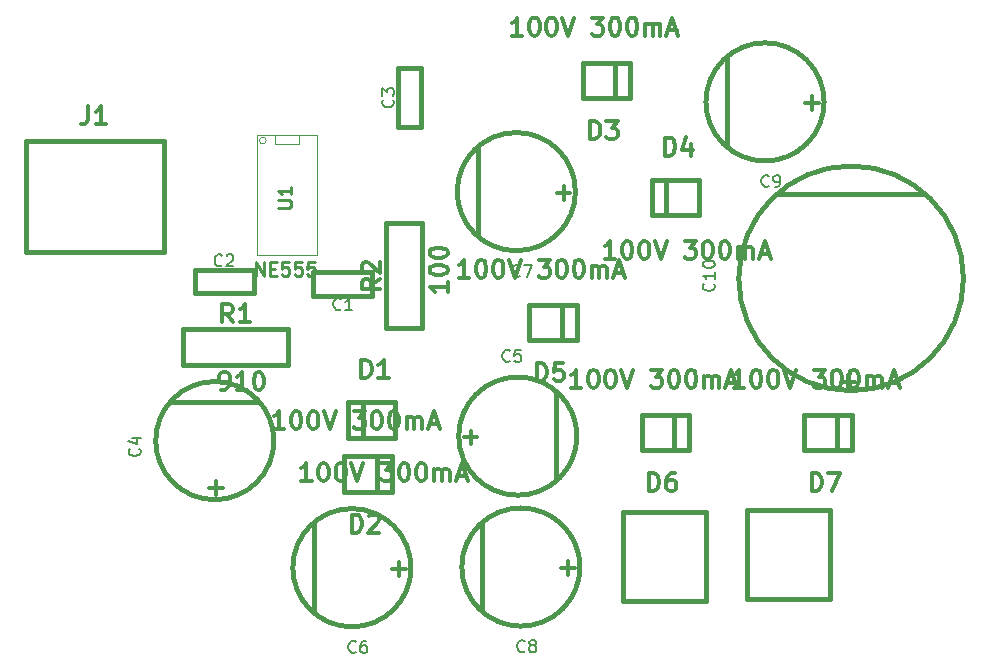
<source format=gto>
G04 (created by PCBNEW (2013-08-24 BZR 4298)-stable) date Sun 08 Sep 2013 12:24:06 PM PDT*
%MOIN*%
G04 Gerber Fmt 3.4, Leading zero omitted, Abs format*
%FSLAX34Y34*%
G01*
G70*
G90*
G04 APERTURE LIST*
%ADD10C,0.005906*%
%ADD11C,0.015000*%
%ADD12C,0.003900*%
%ADD13C,0.011250*%
%ADD14C,0.011300*%
%ADD15C,0.011200*%
%ADD16C,0.012000*%
%ADD17C,0.008000*%
G04 APERTURE END LIST*
G54D10*
G54D11*
X53826Y-56408D02*
X53826Y-53416D01*
X53826Y-53416D02*
X51070Y-53416D01*
X51070Y-53416D02*
X51070Y-56408D01*
X51070Y-56408D02*
X53826Y-56408D01*
X55206Y-53350D02*
X55206Y-56342D01*
X55206Y-56342D02*
X57962Y-56342D01*
X57962Y-56342D02*
X57962Y-53350D01*
X57962Y-53350D02*
X55206Y-53350D01*
G54D12*
X39161Y-41050D02*
G75*
G03X39161Y-41050I-111J0D01*
G74*
G01*
X40250Y-40850D02*
X40250Y-41150D01*
X40250Y-41150D02*
X39450Y-41150D01*
X39450Y-41150D02*
X39450Y-40850D01*
X40850Y-40850D02*
X40850Y-44850D01*
X40850Y-44850D02*
X38850Y-44850D01*
X38850Y-44850D02*
X38850Y-40850D01*
X38850Y-40850D02*
X40850Y-40850D01*
G54D11*
X43156Y-47312D02*
X43156Y-43812D01*
X43156Y-43812D02*
X44366Y-43812D01*
X44366Y-43812D02*
X44366Y-47312D01*
X44366Y-47312D02*
X43156Y-47312D01*
X36398Y-47314D02*
X39898Y-47314D01*
X39898Y-47314D02*
X39898Y-48524D01*
X39898Y-48524D02*
X36398Y-48524D01*
X36398Y-48524D02*
X36398Y-47314D01*
X31150Y-41050D02*
X31150Y-44750D01*
X31150Y-44750D02*
X35750Y-44750D01*
X35750Y-44750D02*
X35750Y-41050D01*
X35750Y-41050D02*
X31150Y-41050D01*
X58185Y-51375D02*
X58185Y-50194D01*
X58677Y-51375D02*
X57102Y-51375D01*
X57102Y-51375D02*
X57102Y-50194D01*
X57102Y-50194D02*
X58677Y-50194D01*
X58677Y-50194D02*
X58677Y-51375D01*
X52760Y-51375D02*
X52760Y-50194D01*
X53252Y-51375D02*
X51677Y-51375D01*
X51677Y-51375D02*
X51677Y-50194D01*
X51677Y-50194D02*
X53252Y-50194D01*
X53252Y-50194D02*
X53252Y-51375D01*
X49015Y-47710D02*
X49015Y-46529D01*
X49507Y-47710D02*
X47932Y-47710D01*
X47932Y-47710D02*
X47932Y-46529D01*
X47932Y-46529D02*
X49507Y-46529D01*
X49507Y-46529D02*
X49507Y-47710D01*
X52504Y-42359D02*
X52504Y-43540D01*
X52012Y-42359D02*
X53587Y-42359D01*
X53587Y-42359D02*
X53587Y-43540D01*
X53587Y-43540D02*
X52012Y-43540D01*
X52012Y-43540D02*
X52012Y-42359D01*
X50795Y-39640D02*
X50795Y-38459D01*
X51287Y-39640D02*
X49712Y-39640D01*
X49712Y-39640D02*
X49712Y-38459D01*
X49712Y-38459D02*
X51287Y-38459D01*
X51287Y-38459D02*
X51287Y-39640D01*
X42850Y-52760D02*
X42850Y-51579D01*
X43342Y-52760D02*
X41767Y-52760D01*
X41767Y-52760D02*
X41767Y-51579D01*
X41767Y-51579D02*
X43342Y-51579D01*
X43342Y-51579D02*
X43342Y-52760D01*
X42384Y-49767D02*
X42384Y-50948D01*
X41892Y-49767D02*
X43467Y-49767D01*
X43467Y-49767D02*
X43467Y-50948D01*
X43467Y-50948D02*
X41892Y-50948D01*
X41892Y-50948D02*
X41892Y-49767D01*
X62405Y-45640D02*
G75*
G03X62405Y-45640I-3745J0D01*
G74*
G01*
X56199Y-42845D02*
X61081Y-42845D01*
X54510Y-41236D02*
X54510Y-38283D01*
X57760Y-39760D02*
G75*
G03X57760Y-39760I-1970J0D01*
G74*
G01*
X46372Y-56740D02*
X46372Y-53787D01*
X49622Y-55264D02*
G75*
G03X49622Y-55264I-1970J0D01*
G74*
G01*
X46220Y-44226D02*
X46220Y-41273D01*
X49470Y-42750D02*
G75*
G03X49470Y-42750I-1970J0D01*
G74*
G01*
X40740Y-56762D02*
X40740Y-53809D01*
X43990Y-55286D02*
G75*
G03X43990Y-55286I-1970J0D01*
G74*
G01*
X48829Y-49423D02*
X48829Y-52376D01*
X49520Y-50900D02*
G75*
G03X49520Y-50900I-1970J0D01*
G74*
G01*
X35973Y-49770D02*
X38926Y-49770D01*
X39420Y-51050D02*
G75*
G03X39420Y-51050I-1970J0D01*
G74*
G01*
X44327Y-38637D02*
X44327Y-40606D01*
X43540Y-40606D02*
X43540Y-38637D01*
X43540Y-38637D02*
X44327Y-38637D01*
X44327Y-40606D02*
X43540Y-40606D01*
X38742Y-46145D02*
X36773Y-46145D01*
X36773Y-45358D02*
X38742Y-45358D01*
X38742Y-45358D02*
X38742Y-46145D01*
X36773Y-46145D02*
X36773Y-45358D01*
X40735Y-45436D02*
X42704Y-45436D01*
X42704Y-46223D02*
X40735Y-46223D01*
X40735Y-46223D02*
X40735Y-45436D01*
X42704Y-45436D02*
X42704Y-46223D01*
G54D13*
X39553Y-43292D02*
X39917Y-43292D01*
X39960Y-43271D01*
X39982Y-43250D01*
X40003Y-43207D01*
X40003Y-43121D01*
X39982Y-43078D01*
X39960Y-43057D01*
X39917Y-43035D01*
X39553Y-43035D01*
X40003Y-42585D02*
X40003Y-42842D01*
X40003Y-42714D02*
X39553Y-42714D01*
X39617Y-42757D01*
X39660Y-42800D01*
X39682Y-42842D01*
G54D14*
G54D15*
X38825Y-45553D02*
X38825Y-45103D01*
X39082Y-45553D01*
X39082Y-45103D01*
X39296Y-45317D02*
X39446Y-45317D01*
X39510Y-45553D02*
X39296Y-45553D01*
X39296Y-45103D01*
X39510Y-45103D01*
X39917Y-45103D02*
X39703Y-45103D01*
X39682Y-45317D01*
X39703Y-45296D01*
X39746Y-45275D01*
X39853Y-45275D01*
X39896Y-45296D01*
X39917Y-45317D01*
X39939Y-45360D01*
X39939Y-45467D01*
X39917Y-45510D01*
X39896Y-45532D01*
X39853Y-45553D01*
X39746Y-45553D01*
X39703Y-45532D01*
X39682Y-45510D01*
X40346Y-45103D02*
X40132Y-45103D01*
X40110Y-45317D01*
X40132Y-45296D01*
X40175Y-45275D01*
X40282Y-45275D01*
X40325Y-45296D01*
X40346Y-45317D01*
X40367Y-45360D01*
X40367Y-45467D01*
X40346Y-45510D01*
X40325Y-45532D01*
X40282Y-45553D01*
X40175Y-45553D01*
X40132Y-45532D01*
X40110Y-45510D01*
X40775Y-45103D02*
X40560Y-45103D01*
X40539Y-45317D01*
X40560Y-45296D01*
X40603Y-45275D01*
X40710Y-45275D01*
X40753Y-45296D01*
X40775Y-45317D01*
X40796Y-45360D01*
X40796Y-45467D01*
X40775Y-45510D01*
X40753Y-45532D01*
X40710Y-45553D01*
X40603Y-45553D01*
X40560Y-45532D01*
X40539Y-45510D01*
G54D16*
X42946Y-45662D02*
X42661Y-45862D01*
X42946Y-46004D02*
X42346Y-46004D01*
X42346Y-45776D01*
X42375Y-45719D01*
X42403Y-45690D01*
X42461Y-45662D01*
X42546Y-45662D01*
X42603Y-45690D01*
X42632Y-45719D01*
X42661Y-45776D01*
X42661Y-46004D01*
X42403Y-45433D02*
X42375Y-45404D01*
X42346Y-45347D01*
X42346Y-45204D01*
X42375Y-45147D01*
X42403Y-45119D01*
X42461Y-45090D01*
X42518Y-45090D01*
X42603Y-45119D01*
X42946Y-45462D01*
X42946Y-45090D01*
X45210Y-45765D02*
X45210Y-46108D01*
X45210Y-45936D02*
X44610Y-45936D01*
X44696Y-45993D01*
X44753Y-46050D01*
X44781Y-46108D01*
X44610Y-45393D02*
X44610Y-45336D01*
X44639Y-45279D01*
X44667Y-45250D01*
X44724Y-45222D01*
X44839Y-45193D01*
X44981Y-45193D01*
X45096Y-45222D01*
X45153Y-45250D01*
X45181Y-45279D01*
X45210Y-45336D01*
X45210Y-45393D01*
X45181Y-45450D01*
X45153Y-45479D01*
X45096Y-45508D01*
X44981Y-45536D01*
X44839Y-45536D01*
X44724Y-45508D01*
X44667Y-45479D01*
X44639Y-45450D01*
X44610Y-45393D01*
X44610Y-44822D02*
X44610Y-44765D01*
X44639Y-44708D01*
X44667Y-44679D01*
X44724Y-44650D01*
X44839Y-44622D01*
X44981Y-44622D01*
X45096Y-44650D01*
X45153Y-44679D01*
X45181Y-44708D01*
X45210Y-44765D01*
X45210Y-44822D01*
X45181Y-44879D01*
X45153Y-44908D01*
X45096Y-44936D01*
X44981Y-44965D01*
X44839Y-44965D01*
X44724Y-44936D01*
X44667Y-44908D01*
X44639Y-44879D01*
X44610Y-44822D01*
X38048Y-47104D02*
X37848Y-46819D01*
X37705Y-47104D02*
X37705Y-46504D01*
X37933Y-46504D01*
X37990Y-46533D01*
X38019Y-46561D01*
X38048Y-46619D01*
X38048Y-46704D01*
X38019Y-46761D01*
X37990Y-46790D01*
X37933Y-46819D01*
X37705Y-46819D01*
X38619Y-47104D02*
X38276Y-47104D01*
X38448Y-47104D02*
X38448Y-46504D01*
X38390Y-46590D01*
X38333Y-46647D01*
X38276Y-46676D01*
X37659Y-49368D02*
X37773Y-49368D01*
X37830Y-49339D01*
X37859Y-49311D01*
X37916Y-49225D01*
X37944Y-49111D01*
X37944Y-48882D01*
X37916Y-48825D01*
X37887Y-48797D01*
X37830Y-48768D01*
X37716Y-48768D01*
X37659Y-48797D01*
X37630Y-48825D01*
X37601Y-48882D01*
X37601Y-49025D01*
X37630Y-49082D01*
X37659Y-49111D01*
X37716Y-49139D01*
X37830Y-49139D01*
X37887Y-49111D01*
X37916Y-49082D01*
X37944Y-49025D01*
X38516Y-49368D02*
X38173Y-49368D01*
X38344Y-49368D02*
X38344Y-48768D01*
X38287Y-48854D01*
X38230Y-48911D01*
X38173Y-48939D01*
X38887Y-48768D02*
X38944Y-48768D01*
X39001Y-48797D01*
X39030Y-48825D01*
X39059Y-48882D01*
X39087Y-48997D01*
X39087Y-49139D01*
X39059Y-49254D01*
X39030Y-49311D01*
X39001Y-49339D01*
X38944Y-49368D01*
X38887Y-49368D01*
X38830Y-49339D01*
X38801Y-49311D01*
X38773Y-49254D01*
X38744Y-49139D01*
X38744Y-48997D01*
X38773Y-48882D01*
X38801Y-48825D01*
X38830Y-48797D01*
X38887Y-48768D01*
X33220Y-39911D02*
X33220Y-40340D01*
X33191Y-40425D01*
X33134Y-40482D01*
X33048Y-40511D01*
X32991Y-40511D01*
X33820Y-40511D02*
X33477Y-40511D01*
X33648Y-40511D02*
X33648Y-39911D01*
X33591Y-39997D01*
X33534Y-40054D01*
X33477Y-40082D01*
X57348Y-52729D02*
X57348Y-52129D01*
X57491Y-52129D01*
X57577Y-52158D01*
X57634Y-52215D01*
X57663Y-52272D01*
X57691Y-52386D01*
X57691Y-52472D01*
X57663Y-52586D01*
X57634Y-52643D01*
X57577Y-52701D01*
X57491Y-52729D01*
X57348Y-52729D01*
X57891Y-52129D02*
X58291Y-52129D01*
X58034Y-52729D01*
X55096Y-49284D02*
X54753Y-49284D01*
X54924Y-49284D02*
X54924Y-48684D01*
X54867Y-48770D01*
X54810Y-48827D01*
X54753Y-48856D01*
X55467Y-48684D02*
X55524Y-48684D01*
X55582Y-48713D01*
X55610Y-48741D01*
X55639Y-48799D01*
X55667Y-48913D01*
X55667Y-49056D01*
X55639Y-49170D01*
X55610Y-49227D01*
X55582Y-49256D01*
X55524Y-49284D01*
X55467Y-49284D01*
X55410Y-49256D01*
X55382Y-49227D01*
X55353Y-49170D01*
X55324Y-49056D01*
X55324Y-48913D01*
X55353Y-48799D01*
X55382Y-48741D01*
X55410Y-48713D01*
X55467Y-48684D01*
X56039Y-48684D02*
X56096Y-48684D01*
X56153Y-48713D01*
X56182Y-48741D01*
X56210Y-48799D01*
X56239Y-48913D01*
X56239Y-49056D01*
X56210Y-49170D01*
X56182Y-49227D01*
X56153Y-49256D01*
X56096Y-49284D01*
X56039Y-49284D01*
X55982Y-49256D01*
X55953Y-49227D01*
X55924Y-49170D01*
X55896Y-49056D01*
X55896Y-48913D01*
X55924Y-48799D01*
X55953Y-48741D01*
X55982Y-48713D01*
X56039Y-48684D01*
X56410Y-48684D02*
X56610Y-49284D01*
X56810Y-48684D01*
X57410Y-48684D02*
X57782Y-48684D01*
X57582Y-48913D01*
X57667Y-48913D01*
X57724Y-48941D01*
X57753Y-48970D01*
X57782Y-49027D01*
X57782Y-49170D01*
X57753Y-49227D01*
X57724Y-49256D01*
X57667Y-49284D01*
X57496Y-49284D01*
X57439Y-49256D01*
X57410Y-49227D01*
X58153Y-48684D02*
X58210Y-48684D01*
X58267Y-48713D01*
X58296Y-48741D01*
X58324Y-48799D01*
X58353Y-48913D01*
X58353Y-49056D01*
X58324Y-49170D01*
X58296Y-49227D01*
X58267Y-49256D01*
X58210Y-49284D01*
X58153Y-49284D01*
X58096Y-49256D01*
X58067Y-49227D01*
X58039Y-49170D01*
X58010Y-49056D01*
X58010Y-48913D01*
X58039Y-48799D01*
X58067Y-48741D01*
X58096Y-48713D01*
X58153Y-48684D01*
X58724Y-48684D02*
X58782Y-48684D01*
X58839Y-48713D01*
X58867Y-48741D01*
X58896Y-48799D01*
X58924Y-48913D01*
X58924Y-49056D01*
X58896Y-49170D01*
X58867Y-49227D01*
X58839Y-49256D01*
X58782Y-49284D01*
X58724Y-49284D01*
X58667Y-49256D01*
X58639Y-49227D01*
X58610Y-49170D01*
X58582Y-49056D01*
X58582Y-48913D01*
X58610Y-48799D01*
X58639Y-48741D01*
X58667Y-48713D01*
X58724Y-48684D01*
X59182Y-49284D02*
X59182Y-48884D01*
X59182Y-48941D02*
X59210Y-48913D01*
X59267Y-48884D01*
X59353Y-48884D01*
X59410Y-48913D01*
X59439Y-48970D01*
X59439Y-49284D01*
X59439Y-48970D02*
X59467Y-48913D01*
X59524Y-48884D01*
X59610Y-48884D01*
X59667Y-48913D01*
X59696Y-48970D01*
X59696Y-49284D01*
X59953Y-49113D02*
X60239Y-49113D01*
X59896Y-49284D02*
X60096Y-48684D01*
X60296Y-49284D01*
X51923Y-52729D02*
X51923Y-52129D01*
X52066Y-52129D01*
X52152Y-52158D01*
X52209Y-52215D01*
X52238Y-52272D01*
X52266Y-52386D01*
X52266Y-52472D01*
X52238Y-52586D01*
X52209Y-52643D01*
X52152Y-52701D01*
X52066Y-52729D01*
X51923Y-52729D01*
X52780Y-52129D02*
X52666Y-52129D01*
X52609Y-52158D01*
X52580Y-52186D01*
X52523Y-52272D01*
X52495Y-52386D01*
X52495Y-52615D01*
X52523Y-52672D01*
X52552Y-52701D01*
X52609Y-52729D01*
X52723Y-52729D01*
X52780Y-52701D01*
X52809Y-52672D01*
X52838Y-52615D01*
X52838Y-52472D01*
X52809Y-52415D01*
X52780Y-52386D01*
X52723Y-52358D01*
X52609Y-52358D01*
X52552Y-52386D01*
X52523Y-52415D01*
X52495Y-52472D01*
X49671Y-49284D02*
X49328Y-49284D01*
X49499Y-49284D02*
X49499Y-48684D01*
X49442Y-48770D01*
X49385Y-48827D01*
X49328Y-48856D01*
X50042Y-48684D02*
X50099Y-48684D01*
X50157Y-48713D01*
X50185Y-48741D01*
X50214Y-48799D01*
X50242Y-48913D01*
X50242Y-49056D01*
X50214Y-49170D01*
X50185Y-49227D01*
X50157Y-49256D01*
X50099Y-49284D01*
X50042Y-49284D01*
X49985Y-49256D01*
X49957Y-49227D01*
X49928Y-49170D01*
X49899Y-49056D01*
X49899Y-48913D01*
X49928Y-48799D01*
X49957Y-48741D01*
X49985Y-48713D01*
X50042Y-48684D01*
X50614Y-48684D02*
X50671Y-48684D01*
X50728Y-48713D01*
X50757Y-48741D01*
X50785Y-48799D01*
X50814Y-48913D01*
X50814Y-49056D01*
X50785Y-49170D01*
X50757Y-49227D01*
X50728Y-49256D01*
X50671Y-49284D01*
X50614Y-49284D01*
X50557Y-49256D01*
X50528Y-49227D01*
X50499Y-49170D01*
X50471Y-49056D01*
X50471Y-48913D01*
X50499Y-48799D01*
X50528Y-48741D01*
X50557Y-48713D01*
X50614Y-48684D01*
X50985Y-48684D02*
X51185Y-49284D01*
X51385Y-48684D01*
X51985Y-48684D02*
X52357Y-48684D01*
X52157Y-48913D01*
X52242Y-48913D01*
X52299Y-48941D01*
X52328Y-48970D01*
X52357Y-49027D01*
X52357Y-49170D01*
X52328Y-49227D01*
X52299Y-49256D01*
X52242Y-49284D01*
X52071Y-49284D01*
X52014Y-49256D01*
X51985Y-49227D01*
X52728Y-48684D02*
X52785Y-48684D01*
X52842Y-48713D01*
X52871Y-48741D01*
X52899Y-48799D01*
X52928Y-48913D01*
X52928Y-49056D01*
X52899Y-49170D01*
X52871Y-49227D01*
X52842Y-49256D01*
X52785Y-49284D01*
X52728Y-49284D01*
X52671Y-49256D01*
X52642Y-49227D01*
X52614Y-49170D01*
X52585Y-49056D01*
X52585Y-48913D01*
X52614Y-48799D01*
X52642Y-48741D01*
X52671Y-48713D01*
X52728Y-48684D01*
X53299Y-48684D02*
X53357Y-48684D01*
X53414Y-48713D01*
X53442Y-48741D01*
X53471Y-48799D01*
X53499Y-48913D01*
X53499Y-49056D01*
X53471Y-49170D01*
X53442Y-49227D01*
X53414Y-49256D01*
X53357Y-49284D01*
X53299Y-49284D01*
X53242Y-49256D01*
X53214Y-49227D01*
X53185Y-49170D01*
X53157Y-49056D01*
X53157Y-48913D01*
X53185Y-48799D01*
X53214Y-48741D01*
X53242Y-48713D01*
X53299Y-48684D01*
X53757Y-49284D02*
X53757Y-48884D01*
X53757Y-48941D02*
X53785Y-48913D01*
X53842Y-48884D01*
X53928Y-48884D01*
X53985Y-48913D01*
X54014Y-48970D01*
X54014Y-49284D01*
X54014Y-48970D02*
X54042Y-48913D01*
X54099Y-48884D01*
X54185Y-48884D01*
X54242Y-48913D01*
X54271Y-48970D01*
X54271Y-49284D01*
X54528Y-49113D02*
X54814Y-49113D01*
X54471Y-49284D02*
X54671Y-48684D01*
X54871Y-49284D01*
X48178Y-49064D02*
X48178Y-48464D01*
X48321Y-48464D01*
X48407Y-48493D01*
X48464Y-48550D01*
X48493Y-48607D01*
X48521Y-48721D01*
X48521Y-48807D01*
X48493Y-48921D01*
X48464Y-48978D01*
X48407Y-49036D01*
X48321Y-49064D01*
X48178Y-49064D01*
X49064Y-48464D02*
X48778Y-48464D01*
X48750Y-48750D01*
X48778Y-48721D01*
X48835Y-48693D01*
X48978Y-48693D01*
X49035Y-48721D01*
X49064Y-48750D01*
X49093Y-48807D01*
X49093Y-48950D01*
X49064Y-49007D01*
X49035Y-49036D01*
X48978Y-49064D01*
X48835Y-49064D01*
X48778Y-49036D01*
X48750Y-49007D01*
X45926Y-45619D02*
X45583Y-45619D01*
X45754Y-45619D02*
X45754Y-45019D01*
X45697Y-45105D01*
X45640Y-45162D01*
X45583Y-45191D01*
X46297Y-45019D02*
X46354Y-45019D01*
X46412Y-45048D01*
X46440Y-45076D01*
X46469Y-45134D01*
X46497Y-45248D01*
X46497Y-45391D01*
X46469Y-45505D01*
X46440Y-45562D01*
X46412Y-45591D01*
X46354Y-45619D01*
X46297Y-45619D01*
X46240Y-45591D01*
X46212Y-45562D01*
X46183Y-45505D01*
X46154Y-45391D01*
X46154Y-45248D01*
X46183Y-45134D01*
X46212Y-45076D01*
X46240Y-45048D01*
X46297Y-45019D01*
X46869Y-45019D02*
X46926Y-45019D01*
X46983Y-45048D01*
X47012Y-45076D01*
X47040Y-45134D01*
X47069Y-45248D01*
X47069Y-45391D01*
X47040Y-45505D01*
X47012Y-45562D01*
X46983Y-45591D01*
X46926Y-45619D01*
X46869Y-45619D01*
X46812Y-45591D01*
X46783Y-45562D01*
X46754Y-45505D01*
X46726Y-45391D01*
X46726Y-45248D01*
X46754Y-45134D01*
X46783Y-45076D01*
X46812Y-45048D01*
X46869Y-45019D01*
X47240Y-45019D02*
X47440Y-45619D01*
X47640Y-45019D01*
X48240Y-45019D02*
X48612Y-45019D01*
X48412Y-45248D01*
X48497Y-45248D01*
X48554Y-45276D01*
X48583Y-45305D01*
X48612Y-45362D01*
X48612Y-45505D01*
X48583Y-45562D01*
X48554Y-45591D01*
X48497Y-45619D01*
X48326Y-45619D01*
X48269Y-45591D01*
X48240Y-45562D01*
X48983Y-45019D02*
X49040Y-45019D01*
X49097Y-45048D01*
X49126Y-45076D01*
X49154Y-45134D01*
X49183Y-45248D01*
X49183Y-45391D01*
X49154Y-45505D01*
X49126Y-45562D01*
X49097Y-45591D01*
X49040Y-45619D01*
X48983Y-45619D01*
X48926Y-45591D01*
X48897Y-45562D01*
X48869Y-45505D01*
X48840Y-45391D01*
X48840Y-45248D01*
X48869Y-45134D01*
X48897Y-45076D01*
X48926Y-45048D01*
X48983Y-45019D01*
X49554Y-45019D02*
X49612Y-45019D01*
X49669Y-45048D01*
X49697Y-45076D01*
X49726Y-45134D01*
X49754Y-45248D01*
X49754Y-45391D01*
X49726Y-45505D01*
X49697Y-45562D01*
X49669Y-45591D01*
X49612Y-45619D01*
X49554Y-45619D01*
X49497Y-45591D01*
X49469Y-45562D01*
X49440Y-45505D01*
X49412Y-45391D01*
X49412Y-45248D01*
X49440Y-45134D01*
X49469Y-45076D01*
X49497Y-45048D01*
X49554Y-45019D01*
X50012Y-45619D02*
X50012Y-45219D01*
X50012Y-45276D02*
X50040Y-45248D01*
X50097Y-45219D01*
X50183Y-45219D01*
X50240Y-45248D01*
X50269Y-45305D01*
X50269Y-45619D01*
X50269Y-45305D02*
X50297Y-45248D01*
X50354Y-45219D01*
X50440Y-45219D01*
X50497Y-45248D01*
X50526Y-45305D01*
X50526Y-45619D01*
X50783Y-45448D02*
X51069Y-45448D01*
X50726Y-45619D02*
X50926Y-45019D01*
X51126Y-45619D01*
X52455Y-41548D02*
X52455Y-40948D01*
X52598Y-40948D01*
X52684Y-40976D01*
X52741Y-41033D01*
X52769Y-41091D01*
X52798Y-41205D01*
X52798Y-41291D01*
X52769Y-41405D01*
X52741Y-41462D01*
X52684Y-41519D01*
X52598Y-41548D01*
X52455Y-41548D01*
X53312Y-41148D02*
X53312Y-41548D01*
X53169Y-40919D02*
X53026Y-41348D01*
X53398Y-41348D01*
X50793Y-44993D02*
X50450Y-44993D01*
X50622Y-44993D02*
X50622Y-44393D01*
X50565Y-44478D01*
X50507Y-44535D01*
X50450Y-44564D01*
X51165Y-44393D02*
X51222Y-44393D01*
X51279Y-44421D01*
X51307Y-44450D01*
X51336Y-44507D01*
X51365Y-44621D01*
X51365Y-44764D01*
X51336Y-44878D01*
X51307Y-44935D01*
X51279Y-44964D01*
X51222Y-44993D01*
X51165Y-44993D01*
X51107Y-44964D01*
X51079Y-44935D01*
X51050Y-44878D01*
X51022Y-44764D01*
X51022Y-44621D01*
X51050Y-44507D01*
X51079Y-44450D01*
X51107Y-44421D01*
X51165Y-44393D01*
X51736Y-44393D02*
X51793Y-44393D01*
X51850Y-44421D01*
X51879Y-44450D01*
X51907Y-44507D01*
X51936Y-44621D01*
X51936Y-44764D01*
X51907Y-44878D01*
X51879Y-44935D01*
X51850Y-44964D01*
X51793Y-44993D01*
X51736Y-44993D01*
X51679Y-44964D01*
X51650Y-44935D01*
X51622Y-44878D01*
X51593Y-44764D01*
X51593Y-44621D01*
X51622Y-44507D01*
X51650Y-44450D01*
X51679Y-44421D01*
X51736Y-44393D01*
X52107Y-44393D02*
X52307Y-44993D01*
X52507Y-44393D01*
X53107Y-44393D02*
X53479Y-44393D01*
X53279Y-44621D01*
X53365Y-44621D01*
X53422Y-44650D01*
X53450Y-44678D01*
X53479Y-44735D01*
X53479Y-44878D01*
X53450Y-44935D01*
X53422Y-44964D01*
X53365Y-44993D01*
X53193Y-44993D01*
X53136Y-44964D01*
X53107Y-44935D01*
X53850Y-44393D02*
X53907Y-44393D01*
X53965Y-44421D01*
X53993Y-44450D01*
X54022Y-44507D01*
X54050Y-44621D01*
X54050Y-44764D01*
X54022Y-44878D01*
X53993Y-44935D01*
X53965Y-44964D01*
X53907Y-44993D01*
X53850Y-44993D01*
X53793Y-44964D01*
X53765Y-44935D01*
X53736Y-44878D01*
X53707Y-44764D01*
X53707Y-44621D01*
X53736Y-44507D01*
X53765Y-44450D01*
X53793Y-44421D01*
X53850Y-44393D01*
X54422Y-44393D02*
X54479Y-44393D01*
X54536Y-44421D01*
X54565Y-44450D01*
X54593Y-44507D01*
X54622Y-44621D01*
X54622Y-44764D01*
X54593Y-44878D01*
X54565Y-44935D01*
X54536Y-44964D01*
X54479Y-44993D01*
X54422Y-44993D01*
X54365Y-44964D01*
X54336Y-44935D01*
X54307Y-44878D01*
X54279Y-44764D01*
X54279Y-44621D01*
X54307Y-44507D01*
X54336Y-44450D01*
X54365Y-44421D01*
X54422Y-44393D01*
X54879Y-44993D02*
X54879Y-44593D01*
X54879Y-44650D02*
X54907Y-44621D01*
X54965Y-44593D01*
X55050Y-44593D01*
X55107Y-44621D01*
X55136Y-44678D01*
X55136Y-44993D01*
X55136Y-44678D02*
X55165Y-44621D01*
X55222Y-44593D01*
X55307Y-44593D01*
X55365Y-44621D01*
X55393Y-44678D01*
X55393Y-44993D01*
X55650Y-44821D02*
X55936Y-44821D01*
X55593Y-44993D02*
X55793Y-44393D01*
X55993Y-44993D01*
X49958Y-40994D02*
X49958Y-40394D01*
X50101Y-40394D01*
X50187Y-40423D01*
X50244Y-40480D01*
X50273Y-40537D01*
X50301Y-40651D01*
X50301Y-40737D01*
X50273Y-40851D01*
X50244Y-40908D01*
X50187Y-40966D01*
X50101Y-40994D01*
X49958Y-40994D01*
X50501Y-40394D02*
X50873Y-40394D01*
X50673Y-40623D01*
X50758Y-40623D01*
X50815Y-40651D01*
X50844Y-40680D01*
X50873Y-40737D01*
X50873Y-40880D01*
X50844Y-40937D01*
X50815Y-40966D01*
X50758Y-40994D01*
X50587Y-40994D01*
X50530Y-40966D01*
X50501Y-40937D01*
X47706Y-37549D02*
X47363Y-37549D01*
X47534Y-37549D02*
X47534Y-36949D01*
X47477Y-37035D01*
X47420Y-37092D01*
X47363Y-37121D01*
X48077Y-36949D02*
X48134Y-36949D01*
X48192Y-36978D01*
X48220Y-37006D01*
X48249Y-37064D01*
X48277Y-37178D01*
X48277Y-37321D01*
X48249Y-37435D01*
X48220Y-37492D01*
X48192Y-37521D01*
X48134Y-37549D01*
X48077Y-37549D01*
X48020Y-37521D01*
X47992Y-37492D01*
X47963Y-37435D01*
X47934Y-37321D01*
X47934Y-37178D01*
X47963Y-37064D01*
X47992Y-37006D01*
X48020Y-36978D01*
X48077Y-36949D01*
X48649Y-36949D02*
X48706Y-36949D01*
X48763Y-36978D01*
X48792Y-37006D01*
X48820Y-37064D01*
X48849Y-37178D01*
X48849Y-37321D01*
X48820Y-37435D01*
X48792Y-37492D01*
X48763Y-37521D01*
X48706Y-37549D01*
X48649Y-37549D01*
X48592Y-37521D01*
X48563Y-37492D01*
X48534Y-37435D01*
X48506Y-37321D01*
X48506Y-37178D01*
X48534Y-37064D01*
X48563Y-37006D01*
X48592Y-36978D01*
X48649Y-36949D01*
X49020Y-36949D02*
X49220Y-37549D01*
X49420Y-36949D01*
X50020Y-36949D02*
X50392Y-36949D01*
X50192Y-37178D01*
X50277Y-37178D01*
X50334Y-37206D01*
X50363Y-37235D01*
X50392Y-37292D01*
X50392Y-37435D01*
X50363Y-37492D01*
X50334Y-37521D01*
X50277Y-37549D01*
X50106Y-37549D01*
X50049Y-37521D01*
X50020Y-37492D01*
X50763Y-36949D02*
X50820Y-36949D01*
X50877Y-36978D01*
X50906Y-37006D01*
X50934Y-37064D01*
X50963Y-37178D01*
X50963Y-37321D01*
X50934Y-37435D01*
X50906Y-37492D01*
X50877Y-37521D01*
X50820Y-37549D01*
X50763Y-37549D01*
X50706Y-37521D01*
X50677Y-37492D01*
X50649Y-37435D01*
X50620Y-37321D01*
X50620Y-37178D01*
X50649Y-37064D01*
X50677Y-37006D01*
X50706Y-36978D01*
X50763Y-36949D01*
X51334Y-36949D02*
X51392Y-36949D01*
X51449Y-36978D01*
X51477Y-37006D01*
X51506Y-37064D01*
X51534Y-37178D01*
X51534Y-37321D01*
X51506Y-37435D01*
X51477Y-37492D01*
X51449Y-37521D01*
X51392Y-37549D01*
X51334Y-37549D01*
X51277Y-37521D01*
X51249Y-37492D01*
X51220Y-37435D01*
X51192Y-37321D01*
X51192Y-37178D01*
X51220Y-37064D01*
X51249Y-37006D01*
X51277Y-36978D01*
X51334Y-36949D01*
X51792Y-37549D02*
X51792Y-37149D01*
X51792Y-37206D02*
X51820Y-37178D01*
X51877Y-37149D01*
X51963Y-37149D01*
X52020Y-37178D01*
X52049Y-37235D01*
X52049Y-37549D01*
X52049Y-37235D02*
X52077Y-37178D01*
X52134Y-37149D01*
X52220Y-37149D01*
X52277Y-37178D01*
X52306Y-37235D01*
X52306Y-37549D01*
X52563Y-37378D02*
X52849Y-37378D01*
X52506Y-37549D02*
X52706Y-36949D01*
X52906Y-37549D01*
X42013Y-54114D02*
X42013Y-53514D01*
X42156Y-53514D01*
X42242Y-53543D01*
X42299Y-53600D01*
X42328Y-53657D01*
X42356Y-53771D01*
X42356Y-53857D01*
X42328Y-53971D01*
X42299Y-54028D01*
X42242Y-54086D01*
X42156Y-54114D01*
X42013Y-54114D01*
X42585Y-53571D02*
X42613Y-53543D01*
X42670Y-53514D01*
X42813Y-53514D01*
X42870Y-53543D01*
X42899Y-53571D01*
X42928Y-53628D01*
X42928Y-53686D01*
X42899Y-53771D01*
X42556Y-54114D01*
X42928Y-54114D01*
X39761Y-50669D02*
X39418Y-50669D01*
X39589Y-50669D02*
X39589Y-50069D01*
X39532Y-50155D01*
X39475Y-50212D01*
X39418Y-50241D01*
X40132Y-50069D02*
X40189Y-50069D01*
X40247Y-50098D01*
X40275Y-50126D01*
X40304Y-50184D01*
X40332Y-50298D01*
X40332Y-50441D01*
X40304Y-50555D01*
X40275Y-50612D01*
X40247Y-50641D01*
X40189Y-50669D01*
X40132Y-50669D01*
X40075Y-50641D01*
X40047Y-50612D01*
X40018Y-50555D01*
X39989Y-50441D01*
X39989Y-50298D01*
X40018Y-50184D01*
X40047Y-50126D01*
X40075Y-50098D01*
X40132Y-50069D01*
X40704Y-50069D02*
X40761Y-50069D01*
X40818Y-50098D01*
X40847Y-50126D01*
X40875Y-50184D01*
X40904Y-50298D01*
X40904Y-50441D01*
X40875Y-50555D01*
X40847Y-50612D01*
X40818Y-50641D01*
X40761Y-50669D01*
X40704Y-50669D01*
X40647Y-50641D01*
X40618Y-50612D01*
X40589Y-50555D01*
X40561Y-50441D01*
X40561Y-50298D01*
X40589Y-50184D01*
X40618Y-50126D01*
X40647Y-50098D01*
X40704Y-50069D01*
X41075Y-50069D02*
X41275Y-50669D01*
X41475Y-50069D01*
X42075Y-50069D02*
X42447Y-50069D01*
X42247Y-50298D01*
X42332Y-50298D01*
X42389Y-50326D01*
X42418Y-50355D01*
X42447Y-50412D01*
X42447Y-50555D01*
X42418Y-50612D01*
X42389Y-50641D01*
X42332Y-50669D01*
X42161Y-50669D01*
X42104Y-50641D01*
X42075Y-50612D01*
X42818Y-50069D02*
X42875Y-50069D01*
X42932Y-50098D01*
X42961Y-50126D01*
X42989Y-50184D01*
X43018Y-50298D01*
X43018Y-50441D01*
X42989Y-50555D01*
X42961Y-50612D01*
X42932Y-50641D01*
X42875Y-50669D01*
X42818Y-50669D01*
X42761Y-50641D01*
X42732Y-50612D01*
X42704Y-50555D01*
X42675Y-50441D01*
X42675Y-50298D01*
X42704Y-50184D01*
X42732Y-50126D01*
X42761Y-50098D01*
X42818Y-50069D01*
X43389Y-50069D02*
X43447Y-50069D01*
X43504Y-50098D01*
X43532Y-50126D01*
X43561Y-50184D01*
X43589Y-50298D01*
X43589Y-50441D01*
X43561Y-50555D01*
X43532Y-50612D01*
X43504Y-50641D01*
X43447Y-50669D01*
X43389Y-50669D01*
X43332Y-50641D01*
X43304Y-50612D01*
X43275Y-50555D01*
X43247Y-50441D01*
X43247Y-50298D01*
X43275Y-50184D01*
X43304Y-50126D01*
X43332Y-50098D01*
X43389Y-50069D01*
X43847Y-50669D02*
X43847Y-50269D01*
X43847Y-50326D02*
X43875Y-50298D01*
X43932Y-50269D01*
X44018Y-50269D01*
X44075Y-50298D01*
X44104Y-50355D01*
X44104Y-50669D01*
X44104Y-50355D02*
X44132Y-50298D01*
X44189Y-50269D01*
X44275Y-50269D01*
X44332Y-50298D01*
X44361Y-50355D01*
X44361Y-50669D01*
X44618Y-50498D02*
X44904Y-50498D01*
X44561Y-50669D02*
X44761Y-50069D01*
X44961Y-50669D01*
X42335Y-48956D02*
X42335Y-48356D01*
X42478Y-48356D01*
X42564Y-48384D01*
X42621Y-48441D01*
X42649Y-48499D01*
X42678Y-48613D01*
X42678Y-48699D01*
X42649Y-48813D01*
X42621Y-48870D01*
X42564Y-48927D01*
X42478Y-48956D01*
X42335Y-48956D01*
X43249Y-48956D02*
X42906Y-48956D01*
X43078Y-48956D02*
X43078Y-48356D01*
X43021Y-48441D01*
X42964Y-48499D01*
X42906Y-48527D01*
X40673Y-52401D02*
X40330Y-52401D01*
X40502Y-52401D02*
X40502Y-51801D01*
X40445Y-51886D01*
X40387Y-51943D01*
X40330Y-51972D01*
X41045Y-51801D02*
X41102Y-51801D01*
X41159Y-51829D01*
X41187Y-51858D01*
X41216Y-51915D01*
X41245Y-52029D01*
X41245Y-52172D01*
X41216Y-52286D01*
X41187Y-52343D01*
X41159Y-52372D01*
X41102Y-52401D01*
X41045Y-52401D01*
X40987Y-52372D01*
X40959Y-52343D01*
X40930Y-52286D01*
X40902Y-52172D01*
X40902Y-52029D01*
X40930Y-51915D01*
X40959Y-51858D01*
X40987Y-51829D01*
X41045Y-51801D01*
X41616Y-51801D02*
X41673Y-51801D01*
X41730Y-51829D01*
X41759Y-51858D01*
X41787Y-51915D01*
X41816Y-52029D01*
X41816Y-52172D01*
X41787Y-52286D01*
X41759Y-52343D01*
X41730Y-52372D01*
X41673Y-52401D01*
X41616Y-52401D01*
X41559Y-52372D01*
X41530Y-52343D01*
X41502Y-52286D01*
X41473Y-52172D01*
X41473Y-52029D01*
X41502Y-51915D01*
X41530Y-51858D01*
X41559Y-51829D01*
X41616Y-51801D01*
X41987Y-51801D02*
X42187Y-52401D01*
X42387Y-51801D01*
X42987Y-51801D02*
X43359Y-51801D01*
X43159Y-52029D01*
X43245Y-52029D01*
X43302Y-52058D01*
X43330Y-52086D01*
X43359Y-52143D01*
X43359Y-52286D01*
X43330Y-52343D01*
X43302Y-52372D01*
X43245Y-52401D01*
X43073Y-52401D01*
X43016Y-52372D01*
X42987Y-52343D01*
X43730Y-51801D02*
X43787Y-51801D01*
X43845Y-51829D01*
X43873Y-51858D01*
X43902Y-51915D01*
X43930Y-52029D01*
X43930Y-52172D01*
X43902Y-52286D01*
X43873Y-52343D01*
X43845Y-52372D01*
X43787Y-52401D01*
X43730Y-52401D01*
X43673Y-52372D01*
X43645Y-52343D01*
X43616Y-52286D01*
X43587Y-52172D01*
X43587Y-52029D01*
X43616Y-51915D01*
X43645Y-51858D01*
X43673Y-51829D01*
X43730Y-51801D01*
X44302Y-51801D02*
X44359Y-51801D01*
X44416Y-51829D01*
X44445Y-51858D01*
X44473Y-51915D01*
X44502Y-52029D01*
X44502Y-52172D01*
X44473Y-52286D01*
X44445Y-52343D01*
X44416Y-52372D01*
X44359Y-52401D01*
X44302Y-52401D01*
X44245Y-52372D01*
X44216Y-52343D01*
X44187Y-52286D01*
X44159Y-52172D01*
X44159Y-52029D01*
X44187Y-51915D01*
X44216Y-51858D01*
X44245Y-51829D01*
X44302Y-51801D01*
X44759Y-52401D02*
X44759Y-52001D01*
X44759Y-52058D02*
X44787Y-52029D01*
X44845Y-52001D01*
X44930Y-52001D01*
X44987Y-52029D01*
X45016Y-52086D01*
X45016Y-52401D01*
X45016Y-52086D02*
X45045Y-52029D01*
X45102Y-52001D01*
X45187Y-52001D01*
X45245Y-52029D01*
X45273Y-52086D01*
X45273Y-52401D01*
X45530Y-52229D02*
X45816Y-52229D01*
X45473Y-52401D02*
X45673Y-51801D01*
X45873Y-52401D01*
G54D17*
X54078Y-45818D02*
X54097Y-45837D01*
X54116Y-45894D01*
X54116Y-45932D01*
X54097Y-45989D01*
X54059Y-46027D01*
X54021Y-46046D01*
X53945Y-46065D01*
X53888Y-46065D01*
X53812Y-46046D01*
X53774Y-46027D01*
X53736Y-45989D01*
X53716Y-45932D01*
X53716Y-45894D01*
X53736Y-45837D01*
X53755Y-45818D01*
X54116Y-45437D02*
X54116Y-45665D01*
X54116Y-45551D02*
X53716Y-45551D01*
X53774Y-45589D01*
X53812Y-45627D01*
X53831Y-45665D01*
X53716Y-45189D02*
X53716Y-45151D01*
X53736Y-45113D01*
X53755Y-45094D01*
X53793Y-45075D01*
X53869Y-45056D01*
X53964Y-45056D01*
X54040Y-45075D01*
X54078Y-45094D01*
X54097Y-45113D01*
X54116Y-45151D01*
X54116Y-45189D01*
X54097Y-45227D01*
X54078Y-45246D01*
X54040Y-45265D01*
X53964Y-45284D01*
X53869Y-45284D01*
X53793Y-45265D01*
X53755Y-45246D01*
X53736Y-45227D01*
X53716Y-45189D01*
G54D16*
X58545Y-49333D02*
X58545Y-48876D01*
X58774Y-49104D02*
X58317Y-49104D01*
G54D17*
X55920Y-42560D02*
X55901Y-42579D01*
X55843Y-42598D01*
X55805Y-42598D01*
X55748Y-42579D01*
X55710Y-42541D01*
X55691Y-42503D01*
X55672Y-42427D01*
X55672Y-42369D01*
X55691Y-42293D01*
X55710Y-42255D01*
X55748Y-42217D01*
X55805Y-42198D01*
X55843Y-42198D01*
X55901Y-42217D01*
X55920Y-42236D01*
X56110Y-42598D02*
X56186Y-42598D01*
X56224Y-42579D01*
X56243Y-42560D01*
X56282Y-42503D01*
X56301Y-42427D01*
X56301Y-42274D01*
X56282Y-42236D01*
X56263Y-42217D01*
X56224Y-42198D01*
X56148Y-42198D01*
X56110Y-42217D01*
X56091Y-42236D01*
X56072Y-42274D01*
X56072Y-42369D01*
X56091Y-42407D01*
X56110Y-42427D01*
X56148Y-42446D01*
X56224Y-42446D01*
X56263Y-42427D01*
X56282Y-42407D01*
X56301Y-42369D01*
G54D16*
X57136Y-39802D02*
X57593Y-39802D01*
X57364Y-40031D02*
X57364Y-39574D01*
G54D17*
X47782Y-58064D02*
X47763Y-58083D01*
X47705Y-58102D01*
X47667Y-58102D01*
X47610Y-58083D01*
X47572Y-58045D01*
X47553Y-58007D01*
X47534Y-57931D01*
X47534Y-57873D01*
X47553Y-57797D01*
X47572Y-57759D01*
X47610Y-57721D01*
X47667Y-57702D01*
X47705Y-57702D01*
X47763Y-57721D01*
X47782Y-57740D01*
X48010Y-57873D02*
X47972Y-57854D01*
X47953Y-57835D01*
X47934Y-57797D01*
X47934Y-57778D01*
X47953Y-57740D01*
X47972Y-57721D01*
X48010Y-57702D01*
X48086Y-57702D01*
X48125Y-57721D01*
X48144Y-57740D01*
X48163Y-57778D01*
X48163Y-57797D01*
X48144Y-57835D01*
X48125Y-57854D01*
X48086Y-57873D01*
X48010Y-57873D01*
X47972Y-57892D01*
X47953Y-57911D01*
X47934Y-57950D01*
X47934Y-58026D01*
X47953Y-58064D01*
X47972Y-58083D01*
X48010Y-58102D01*
X48086Y-58102D01*
X48125Y-58083D01*
X48144Y-58064D01*
X48163Y-58026D01*
X48163Y-57950D01*
X48144Y-57911D01*
X48125Y-57892D01*
X48086Y-57873D01*
G54D16*
X48998Y-55306D02*
X49455Y-55306D01*
X49226Y-55535D02*
X49226Y-55078D01*
G54D17*
X47630Y-45550D02*
X47611Y-45569D01*
X47553Y-45588D01*
X47515Y-45588D01*
X47458Y-45569D01*
X47420Y-45531D01*
X47401Y-45493D01*
X47382Y-45417D01*
X47382Y-45359D01*
X47401Y-45283D01*
X47420Y-45245D01*
X47458Y-45207D01*
X47515Y-45188D01*
X47553Y-45188D01*
X47611Y-45207D01*
X47630Y-45226D01*
X47763Y-45188D02*
X48030Y-45188D01*
X47858Y-45588D01*
G54D16*
X48846Y-42792D02*
X49303Y-42792D01*
X49074Y-43021D02*
X49074Y-42564D01*
G54D17*
X42150Y-58086D02*
X42131Y-58105D01*
X42073Y-58124D01*
X42035Y-58124D01*
X41978Y-58105D01*
X41940Y-58067D01*
X41921Y-58029D01*
X41902Y-57953D01*
X41902Y-57895D01*
X41921Y-57819D01*
X41940Y-57781D01*
X41978Y-57743D01*
X42035Y-57724D01*
X42073Y-57724D01*
X42131Y-57743D01*
X42150Y-57762D01*
X42493Y-57724D02*
X42416Y-57724D01*
X42378Y-57743D01*
X42359Y-57762D01*
X42321Y-57819D01*
X42302Y-57895D01*
X42302Y-58048D01*
X42321Y-58086D01*
X42340Y-58105D01*
X42378Y-58124D01*
X42454Y-58124D01*
X42493Y-58105D01*
X42512Y-58086D01*
X42531Y-58048D01*
X42531Y-57953D01*
X42512Y-57914D01*
X42493Y-57895D01*
X42454Y-57876D01*
X42378Y-57876D01*
X42340Y-57895D01*
X42321Y-57914D01*
X42302Y-57953D01*
G54D16*
X43366Y-55328D02*
X43823Y-55328D01*
X43594Y-55557D02*
X43594Y-55100D01*
G54D17*
X47286Y-48385D02*
X47267Y-48404D01*
X47210Y-48423D01*
X47172Y-48423D01*
X47115Y-48404D01*
X47076Y-48366D01*
X47057Y-48328D01*
X47038Y-48252D01*
X47038Y-48194D01*
X47057Y-48118D01*
X47076Y-48080D01*
X47115Y-48042D01*
X47172Y-48023D01*
X47210Y-48023D01*
X47267Y-48042D01*
X47286Y-48061D01*
X47648Y-48023D02*
X47457Y-48023D01*
X47438Y-48213D01*
X47457Y-48194D01*
X47496Y-48175D01*
X47591Y-48175D01*
X47629Y-48194D01*
X47648Y-48213D01*
X47667Y-48252D01*
X47667Y-48347D01*
X47648Y-48385D01*
X47629Y-48404D01*
X47591Y-48423D01*
X47496Y-48423D01*
X47457Y-48404D01*
X47438Y-48385D01*
G54D16*
X45746Y-50942D02*
X46203Y-50942D01*
X45975Y-51171D02*
X45975Y-50714D01*
G54D17*
X34935Y-51313D02*
X34954Y-51332D01*
X34973Y-51389D01*
X34973Y-51427D01*
X34954Y-51484D01*
X34916Y-51523D01*
X34878Y-51542D01*
X34802Y-51561D01*
X34744Y-51561D01*
X34668Y-51542D01*
X34630Y-51523D01*
X34592Y-51484D01*
X34573Y-51427D01*
X34573Y-51389D01*
X34592Y-51332D01*
X34611Y-51313D01*
X34706Y-50970D02*
X34973Y-50970D01*
X34554Y-51065D02*
X34840Y-51161D01*
X34840Y-50913D01*
G54D16*
X37492Y-52853D02*
X37492Y-52396D01*
X37721Y-52624D02*
X37264Y-52624D01*
G54D17*
X43387Y-39688D02*
X43406Y-39707D01*
X43425Y-39764D01*
X43425Y-39802D01*
X43406Y-39860D01*
X43368Y-39898D01*
X43330Y-39917D01*
X43254Y-39936D01*
X43197Y-39936D01*
X43121Y-39917D01*
X43083Y-39898D01*
X43045Y-39860D01*
X43025Y-39802D01*
X43025Y-39764D01*
X43045Y-39707D01*
X43064Y-39688D01*
X43025Y-39555D02*
X43025Y-39307D01*
X43178Y-39441D01*
X43178Y-39383D01*
X43197Y-39345D01*
X43216Y-39326D01*
X43254Y-39307D01*
X43349Y-39307D01*
X43387Y-39326D01*
X43406Y-39345D01*
X43425Y-39383D01*
X43425Y-39498D01*
X43406Y-39536D01*
X43387Y-39555D01*
X37691Y-45205D02*
X37672Y-45224D01*
X37615Y-45243D01*
X37577Y-45243D01*
X37519Y-45224D01*
X37481Y-45186D01*
X37462Y-45148D01*
X37443Y-45072D01*
X37443Y-45015D01*
X37462Y-44939D01*
X37481Y-44901D01*
X37519Y-44863D01*
X37577Y-44843D01*
X37615Y-44843D01*
X37672Y-44863D01*
X37691Y-44882D01*
X37843Y-44882D02*
X37862Y-44863D01*
X37900Y-44843D01*
X37996Y-44843D01*
X38034Y-44863D01*
X38053Y-44882D01*
X38072Y-44920D01*
X38072Y-44958D01*
X38053Y-45015D01*
X37824Y-45243D01*
X38072Y-45243D01*
X41653Y-46661D02*
X41634Y-46680D01*
X41577Y-46699D01*
X41539Y-46699D01*
X41481Y-46680D01*
X41443Y-46642D01*
X41424Y-46604D01*
X41405Y-46528D01*
X41405Y-46471D01*
X41424Y-46395D01*
X41443Y-46357D01*
X41481Y-46318D01*
X41539Y-46299D01*
X41577Y-46299D01*
X41634Y-46318D01*
X41653Y-46338D01*
X42034Y-46699D02*
X41805Y-46699D01*
X41920Y-46699D02*
X41920Y-46299D01*
X41881Y-46357D01*
X41843Y-46395D01*
X41805Y-46414D01*
M02*

</source>
